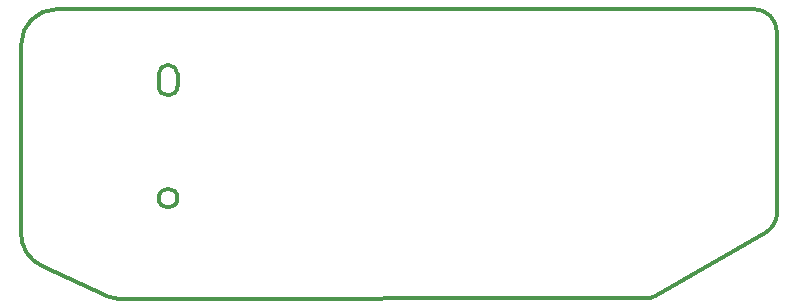
<source format=gbr>
%TF.GenerationSoftware,KiCad,Pcbnew,9.0.0*%
%TF.CreationDate,2026-02-06T13:22:11+01:00*%
%TF.ProjectId,Integrated_ACG_separate_v2,496e7465-6772-4617-9465-645f4143475f,rev?*%
%TF.SameCoordinates,Original*%
%TF.FileFunction,Profile,NP*%
%FSLAX46Y46*%
G04 Gerber Fmt 4.6, Leading zero omitted, Abs format (unit mm)*
G04 Created by KiCad (PCBNEW 9.0.0) date 2026-02-06 13:22:11*
%MOMM*%
%LPD*%
G01*
G04 APERTURE LIST*
%TA.AperFunction,Profile*%
%ADD10C,0.350000*%
%TD*%
G04 APERTURE END LIST*
D10*
X262510000Y-131679847D02*
G75*
G02*
X264510053Y-133679847I0J-2000053D01*
G01*
X208639915Y-156199681D02*
G75*
G02*
X207793778Y-156012316I-84515J1622581D01*
G01*
X254351337Y-155911917D02*
X263509980Y-150624312D01*
X202232189Y-153418871D02*
G75*
G02*
X200499975Y-150699878I1267811J2718971D01*
G01*
X200499953Y-150699878D02*
X200499953Y-134700122D01*
X213747255Y-138195852D02*
G75*
G02*
X212147345Y-138204195I-799955J-4148D01*
G01*
X212147280Y-137200047D02*
X212147280Y-138204195D01*
X213747268Y-147700000D02*
G75*
G02*
X212147268Y-147700000I-800000J0D01*
G01*
X212147268Y-147700000D02*
G75*
G02*
X213747268Y-147700000I800000J0D01*
G01*
X264510000Y-148892250D02*
X264510000Y-133679847D01*
X213747255Y-138195852D02*
X213747255Y-137200000D01*
X254351337Y-155911917D02*
G75*
G02*
X253351357Y-156179849I-1000037J1732317D01*
G01*
X200500000Y-134700122D02*
G75*
G02*
X203516713Y-131700046I3000100J22D01*
G01*
X207793789Y-156012296D02*
X202232192Y-153418872D01*
X264510000Y-148892250D02*
G75*
G02*
X263509959Y-150624275I-2000000J50D01*
G01*
X212147280Y-137200047D02*
G75*
G02*
X213747320Y-137200000I800020J47D01*
G01*
X203516713Y-131700040D02*
X262510000Y-131679847D01*
X253351357Y-156179855D02*
X208639915Y-156199681D01*
M02*

</source>
